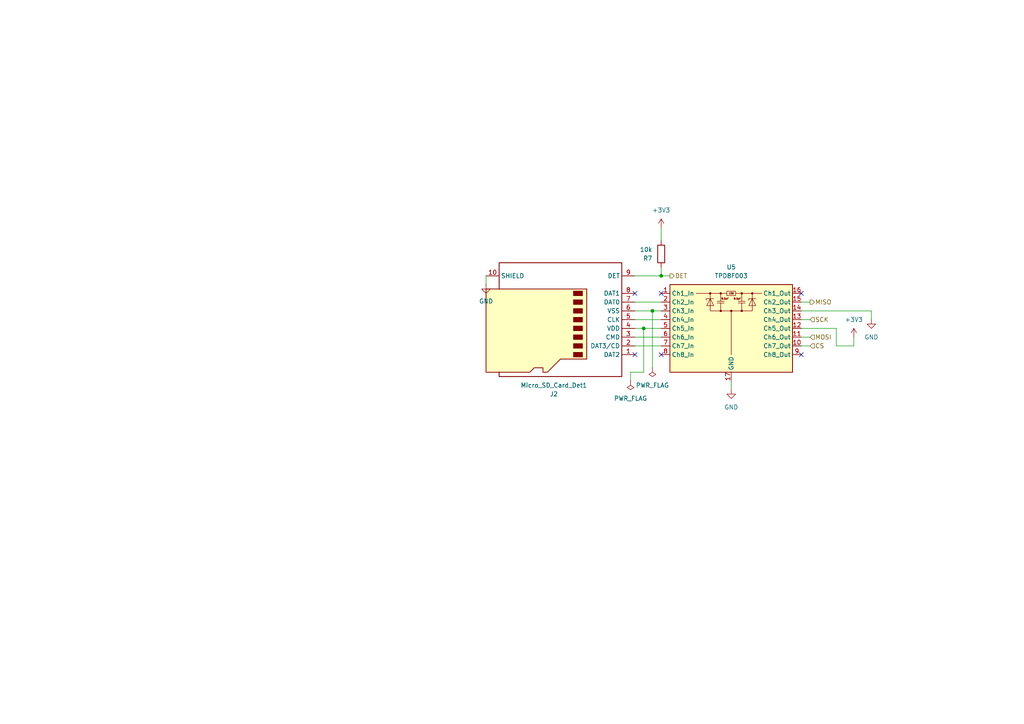
<source format=kicad_sch>
(kicad_sch (version 20250114) (generator "eeschema") (generator_version "9.0")
  (paper "A4")
  (lib_symbols
    (symbol "Connector:Micro_SD_Card_Det1"
      (property "Reference" "J" (at -16.51 17.78 0))
      (property "Value" "Micro_SD_Card_Det1" (at 16.51 17.78 0))
      (symbol "Micro_SD_Card_Det1_0_1"
        (polyline (pts (xy -8.89 -8.89) (xy -8.89 11.43) (xy -1.27 11.43) (xy 2.54 15.24) (xy 3.81 15.24) (xy 3.81 13.97) (xy 6.35 13.97) (xy 7.62 15.24) (xy 20.32 15.24) (xy 20.32 -8.89) (xy -8.89 -8.89)) (stroke (width 0.254)) (fill (type background)))
        (rectangle (start -7.62 10.795) (end -5.08 9.525) (stroke (width 0.254)) (fill (type outline)))
        (rectangle (start -7.62 8.255) (end -5.08 6.985) (stroke (width 0.254)) (fill (type outline)))
        (rectangle (start -7.62 5.715) (end -5.08 4.445) (stroke (width 0.254)) (fill (type outline)))
        (rectangle (start -7.62 3.175) (end -5.08 1.905) (stroke (width 0.254)) (fill (type outline)))
        (rectangle (start -7.62 0.635) (end -5.08 -0.635) (stroke (width 0.254)) (fill (type outline)))
        (rectangle (start -7.62 -1.905) (end -5.08 -3.175) (stroke (width 0.254)) (fill (type outline)))
        (rectangle (start -7.62 -4.445) (end -5.08 -5.715) (stroke (width 0.254)) (fill (type outline)))
        (rectangle (start -7.62 -6.985) (end -5.08 -8.255) (stroke (width 0.254)) (fill (type outline)))
        (polyline (pts (xy 16.51 15.24) (xy 16.51 16.51) (xy -19.05 16.51) (xy -19.05 -16.51) (xy 16.51 -16.51) (xy 16.51 -8.89)) (stroke (width 0.254)))
      )
      (symbol "Micro_SD_Card_Det1_1_1"
        (pin bidirectional line (at -22.86 10.16 0) (length 3.81) (name "DAT2") (number "1"))
        (pin bidirectional line (at -22.86 7.62 0) (length 3.81) (name "DAT3/CD") (number "2"))
        (pin input line (at -22.86 5.08 0) (length 3.81) (name "CMD") (number "3"))
        (pin power_in line (at -22.86 2.54 0) (length 3.81) (name "VDD") (number "4"))
        (pin input line (at -22.86 0 0) (length 3.81) (name "CLK") (number "5"))
        (pin power_in line (at -22.86 -2.54 0) (length 3.81) (name "VSS") (number "6"))
        (pin bidirectional line (at -22.86 -5.08 0) (length 3.81) (name "DAT0") (number "7"))
        (pin bidirectional line (at -22.86 -7.62 0) (length 3.81) (name "DAT1") (number "8"))
        (pin passive line (at -22.86 -12.7 0) (length 3.81) (name "DET") (number "9"))
        (pin passive line (at 20.32 -12.7 180) (length 3.81) (name "SHIELD") (number "10"))
      )
    )
    (symbol "Device:R" (pin_numbers (hide yes)) (pin_names (offset 0))
      (property "Reference" "R" (at 2.032 0 90))
      (property "Value" "R" (at 0 0 90))
      (symbol "R_0_1"
        (rectangle (start -1.016 -2.54) (end 1.016 2.54) (stroke (width 0.254)))
      )
      (symbol "R_1_1"
        (pin passive line (at 0 3.81 270) (length 1.27) (name "~") (number "1"))
        (pin passive line (at 0 -3.81 90) (length 1.27) (name "~") (number "2"))
      )
    )
    (symbol "Power_Protection:TPD8F003"
      (property "Reference" "U" (at -0.635 13.97 0))
      (property "Value" "TPD8F003" (at 1.27 -14.605 0))
      (symbol "TPD8F003_0_0"
        (circle (center -6.096 10.16) (radius 0.254) (fill (type outline)))
        (polyline (pts (xy -6.096 10.16) (xy -6.096 5.08) (xy 6.096 5.08) (xy 6.096 10.16)))
        (circle (center -3.048 10.16) (radius 0.254) (fill (type outline)))
        (circle (center -3.048 5.08) (radius 0.254) (fill (type outline)))
        (circle (center 0 5.08) (radius 0.254) (fill (type outline)))
        (circle (center 3.048 10.16) (radius 0.254) (fill (type outline)))
        (circle (center 3.048 5.08) (radius 0.254) (fill (type outline)))
        (circle (center 6.096 10.16) (radius 0.254) (fill (type outline)))
        (text "8.5pF" (at -1.778 8.636 0) (effects (font (size 0.508 0.508))))
        (text "100" (at 0 10.16 0) (effects (font (size 0.508 0.508))))
        (text "8.5pF" (at 1.778 8.636 0) (effects (font (size 0.508 0.508))))
      )
      (symbol "TPD8F003_0_1"
        (rectangle (start -17.78 12.7) (end 17.78 -12.7) (stroke (width 0.254)) (fill (type background)))
        (polyline (pts (xy -6.096 8.636) (xy -5.08 6.604) (xy -7.112 6.604) (xy -6.096 8.636)))
        (polyline (pts (xy -5.08 8.636) (xy -7.239 8.636) (xy -7.239 8.128)))
        (polyline (pts (xy -4.064 7.874) (xy -2.032 7.874)))
        (polyline (pts (xy -3.048 10.16) (xy -3.048 7.874)))
        (polyline (pts (xy -3.048 7.366) (xy -3.048 5.08)))
        (polyline (pts (xy -2.032 7.366) (xy -4.064 7.366)))
        (polyline (pts (xy -1.27 10.16) (xy -10.16 10.16)))
        (polyline (pts (xy -1.27 10.16) (xy -1.27 9.525) (xy 1.27 9.525) (xy 1.27 10.795) (xy -1.27 10.795) (xy -1.27 10.16)))
        (polyline (pts (xy 0 5.08) (xy 0 -7.62)))
        (polyline (pts (xy 1.27 10.16) (xy 8.89 10.16)))
        (polyline (pts (xy 2.032 7.874) (xy 4.064 7.874)))
        (polyline (pts (xy 3.048 10.16) (xy 3.048 7.874)))
        (polyline (pts (xy 3.048 7.366) (xy 3.048 5.08)))
        (polyline (pts (xy 4.064 7.366) (xy 2.032 7.366)))
        (polyline (pts (xy 5.08 8.128) (xy 5.08 8.636) (xy 7.112 8.636)))
        (polyline (pts (xy 6.096 8.636) (xy 5.08 6.604) (xy 7.112 6.604) (xy 6.096 8.636)))
      )
      (symbol "TPD8F003_1_1"
        (pin passive line (at -20.32 10.16 0) (length 2.54) (name "Ch1_In") (number "1"))
        (pin passive line (at -20.32 7.62 0) (length 2.54) (name "Ch2_In") (number "2"))
        (pin passive line (at -20.32 5.08 0) (length 2.54) (name "Ch3_In") (number "3"))
        (pin passive line (at -20.32 2.54 0) (length 2.54) (name "Ch4_In") (number "4"))
        (pin passive line (at -20.32 0 0) (length 2.54) (name "Ch5_In") (number "5"))
        (pin passive line (at -20.32 -2.54 0) (length 2.54) (name "Ch6_In") (number "6"))
        (pin passive line (at -20.32 -5.08 0) (length 2.54) (name "Ch7_In") (number "7"))
        (pin passive line (at -20.32 -7.62 0) (length 2.54) (name "Ch8_In") (number "8"))
        (pin power_in line (at 0 -15.24 90) (length 2.54) (name "GND") (number "17"))
        (pin passive line (at 20.32 10.16 180) (length 2.54) (name "Ch1_Out") (number "16"))
        (pin passive line (at 20.32 7.62 180) (length 2.54) (name "Ch2_Out") (number "15"))
        (pin passive line (at 20.32 5.08 180) (length 2.54) (name "Ch3_Out") (number "14"))
        (pin passive line (at 20.32 2.54 180) (length 2.54) (name "Ch4_Out") (number "13"))
        (pin passive line (at 20.32 0 180) (length 2.54) (name "Ch5_Out") (number "12"))
        (pin passive line (at 20.32 -2.54 180) (length 2.54) (name "Ch6_Out") (number "11"))
        (pin passive line (at 20.32 -5.08 180) (length 2.54) (name "Ch7_Out") (number "10"))
        (pin passive line (at 20.32 -7.62 180) (length 2.54) (name "Ch8_Out") (number "9"))
      )
    )
    (symbol "power:+3V3" (power) (pin_numbers (hide yes)) (pin_names (offset 0) (hide yes))
      (property "Value" "+3V3" (at 0 3.556 0))
      (symbol "+3V3_0_1"
        (polyline (pts (xy -0.762 1.27) (xy 0 2.54)))
        (polyline (pts (xy 0 2.54) (xy 0.762 1.27)))
        (polyline (pts (xy 0 0) (xy 0 2.54)))
      )
      (symbol "+3V3_1_1"
        (pin power_in line (at 0 0 90) (length 0) (name "~") (number "1"))
      )
    )
    (symbol "power:GND" (power) (pin_numbers (hide yes)) (pin_names (offset 0) (hide yes))
      (property "Value" "GND" (at 0 -3.81 0))
      (symbol "GND_0_1"
        (polyline (pts (xy 0 0) (xy 0 -1.27) (xy 1.27 -1.27) (xy 0 -2.54) (xy -1.27 -1.27) (xy 0 -1.27)))
      )
      (symbol "GND_1_1"
        (pin power_in line (at 0 0 270) (length 0) (name "~") (number "1"))
      )
    )
    (symbol "power:PWR_FLAG" (power) (pin_numbers (hide yes)) (pin_names (offset 0) (hide yes))
      (property "Value" "PWR_FLAG" (at 0 3.81 0))
      (symbol "PWR_FLAG_0_0"
        (pin power_out line (at 0 0 90) (length 0) (name "~") (number "1"))
      )
      (symbol "PWR_FLAG_0_1"
        (polyline (pts (xy 0 0) (xy 0 1.27) (xy -1.016 1.905) (xy 0 2.54) (xy 1.016 1.905) (xy 0 1.27)))
      )
    )
  )
  (junction (at 186.69 95.25))
  (junction (at 191.77 80.01))
  (junction (at 189.23 90.17))
  (no_connect (at 184.15 102.87))
  (no_connect (at 184.15 85.09))
  (no_connect (at 232.41 85.09))
  (no_connect (at 191.77 85.09))
  (no_connect (at 232.41 102.87))
  (no_connect (at 191.77 102.87))
  (wire (pts (xy 212.09 110.49) (xy 212.09 113.03)))
  (wire (pts (xy 191.77 100.33) (xy 184.15 100.33)))
  (wire (pts (xy 252.73 90.17) (xy 252.73 92.71)))
  (wire (pts (xy 242.57 95.25) (xy 242.57 100.33)))
  (wire (pts (xy 247.65 97.79) (xy 247.65 100.33)))
  (wire (pts (xy 234.95 97.79) (xy 232.41 97.79)))
  (wire (pts (xy 232.41 90.17) (xy 252.73 90.17)))
  (wire (pts (xy 234.95 92.71) (xy 232.41 92.71)))
  (wire (pts (xy 191.77 80.01) (xy 184.15 80.01)))
  (wire (pts (xy 191.77 66.04) (xy 191.77 69.85)))
  (wire (pts (xy 182.88 107.95) (xy 182.88 110.49)))
  (wire (pts (xy 189.23 90.17) (xy 184.15 90.17)))
  (wire (pts (xy 186.69 107.95) (xy 182.88 107.95)))
  (wire (pts (xy 191.77 95.25) (xy 186.69 95.25)))
  (wire (pts (xy 191.77 87.63) (xy 184.15 87.63)))
  (wire (pts (xy 242.57 95.25) (xy 232.41 95.25)))
  (wire (pts (xy 191.77 97.79) (xy 184.15 97.79)))
  (wire (pts (xy 234.95 100.33) (xy 232.41 100.33)))
  (wire (pts (xy 242.57 100.33) (xy 247.65 100.33)))
  (wire (pts (xy 234.95 87.63) (xy 232.41 87.63)))
  (wire (pts (xy 189.23 90.17) (xy 189.23 106.68)))
  (wire (pts (xy 191.77 80.01) (xy 191.77 77.47)))
  (wire (pts (xy 191.77 90.17) (xy 189.23 90.17)))
  (wire (pts (xy 140.97 80.01) (xy 140.97 82.55)))
  (wire (pts (xy 186.69 95.25) (xy 184.15 95.25)))
  (wire (pts (xy 186.69 95.25) (xy 186.69 107.95)))
  (wire (pts (xy 194.31 80.01) (xy 191.77 80.01)))
  (wire (pts (xy 191.77 92.71) (xy 184.15 92.71)))
  (hierarchical_label "MISO" (shape output) (at 234.95 87.63 0))
  (hierarchical_label "CS" (shape input) (at 234.95 100.33 0))
  (hierarchical_label "MOSI" (shape input) (at 234.95 97.79 0))
  (hierarchical_label "SCK" (shape input) (at 234.95 92.71 0))
  (hierarchical_label "DET" (shape output) (at 194.31 80.01 0))
  (symbol (lib_id "power:+3V3") (at 247.65 97.79 0) (unit 1)
    (property "Reference" "#PWR048" (effects (hide yes)))
    (property "Value" "+3V3" (at 247.65 92.71 0))
    (property "Description" "Power symbol creates a global label with name \"+3V3\"" (effects (hide yes)))
  )
  (symbol (lib_id "power:+3V3") (at 191.77 66.04 0) (unit 1)
    (property "Reference" "#PWR047" (effects (hide yes)))
    (property "Value" "+3V3" (at 191.77 60.96 0))
    (property "Description" "Power symbol creates a global label with name \"+3V3\"" (effects (hide yes)))
  )
  (symbol (lib_id "power:GND") (at 212.09 113.03 0) (unit 1)
    (property "Reference" "#PWR065" (effects (hide yes)))
    (property "Value" "GND" (at 212.09 118.11 0))
    (property "Description" "Power symbol creates a global label with name \"GND\" , ground" (effects (hide yes)))
  )
  (symbol (lib_id "power:GND") (at 140.97 82.55 0) (unit 1)
    (property "Reference" "#PWR046" (effects (hide yes)))
    (property "Value" "GND" (at 140.97 87.376 0))
    (property "Description" "Power symbol creates a global label with name \"GND\" , ground" (effects (hide yes)))
  )
  (symbol (lib_id "power:PWR_FLAG") (at 182.88 110.49 180) (unit 1)
    (property "Reference" "#FLG09" (effects (hide yes)))
    (property "Value" "PWR_FLAG" (at 182.88 115.57 0))
    (property "Description" "Special symbol for telling ERC where power comes from" (effects (hide yes)))
  )
  (symbol (lib_id "Connector:Micro_SD_Card_Det1") (at 161.29 92.71 180) (unit 1)
    (property "Reference" "J2" (at 160.655 114.3 0))
    (property "Value" "Micro_SD_Card_Det1" (at 160.655 111.76 0))
    (property "Footprint" "Connector_Card:microSD_HC_Hirose_DM3AT-SF-PEJM5" (effects (hide yes)))
    (property "Datasheet" "https://datasheet.lcsc.com/lcsc/2110151630_XKB-Connectivity-XKTF-015-N_C381082.pdf" (effects (hide yes)))
    (property "Description" "Micro SD Card Socket with one card detection pin" (effects (hide yes)))
  )
  (symbol (lib_id "Device:R") (at 191.77 73.66 180) (unit 1)
    (property "Reference" "R7" (at 189.23 74.9301 0) (effects (justify left)))
    (property "Value" "10k" (at 189.23 72.3901 0) (effects (justify left)))
    (property "Footprint" "Resistor_SMD:R_0402_1005Metric" (effects (hide yes)))
    (property "Description" "Resistor" (effects (hide yes)))
  )
  (symbol (lib_id "power:PWR_FLAG") (at 189.23 106.68 180) (unit 1)
    (property "Reference" "#FLG08" (effects (hide yes)))
    (property "Value" "PWR_FLAG" (at 189.23 111.76 0))
    (property "Description" "Special symbol for telling ERC where power comes from" (effects (hide yes)))
  )
  (symbol (lib_id "power:GND") (at 252.73 92.71 0) (unit 1)
    (property "Reference" "#PWR049" (effects (hide yes)))
    (property "Value" "GND" (at 252.73 97.79 0))
    (property "Description" "Power symbol creates a global label with name \"GND\" , ground" (effects (hide yes)))
  )
  (symbol (lib_id "Power_Protection:TPD8F003") (at 212.09 95.25 0) (unit 1)
    (property "Reference" "U5" (at 212.09 77.47 0))
    (property "Value" "TPD8F003" (at 212.09 80.01 0))
    (property "Footprint" "Package_SON:WSON-16_3.3x1.35_P0.4mm" (effects (hide yes)))
    (property "Datasheet" "http://www.ti.com/lit/ds/symlink/tpd6f003.pdf" (effects (hide yes)))
    (property "Description" "8 channel EMI filters with integrated ESD protection" (effects (hide yes)))
  )
)
</source>
